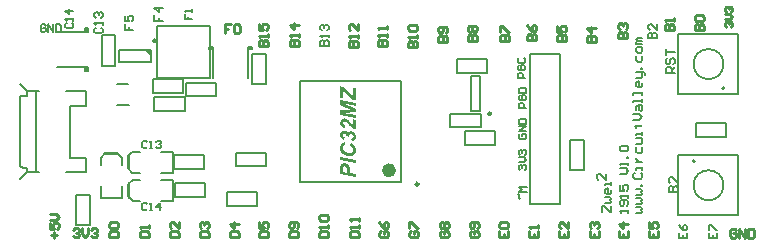
<source format=gto>
G04 Layer_Color=65535*
%FSLAX24Y24*%
%MOIN*%
G70*
G01*
G75*
%ADD10C,0.0080*%
%ADD30C,0.0100*%
%ADD49C,0.0236*%
%ADD50C,0.0098*%
%ADD51C,0.0050*%
%ADD52C,0.0079*%
%ADD53C,0.0080*%
%ADD54C,0.0080*%
%ADD55C,0.0070*%
%ADD56C,0.0090*%
G36*
X10285Y4009D02*
X10285D01*
X10283Y4009D01*
X10281Y4008D01*
X10278Y4008D01*
X10274Y4007D01*
X10270Y4006D01*
X10260Y4002D01*
X10250Y3998D01*
X10239Y3992D01*
X10229Y3985D01*
X10225Y3981D01*
X10221Y3977D01*
X10220Y3976D01*
X10218Y3972D01*
X10214Y3967D01*
X10210Y3960D01*
X10207Y3951D01*
X10204Y3940D01*
X10202Y3927D01*
X10200Y3913D01*
Y3913D01*
Y3912D01*
Y3909D01*
X10201Y3906D01*
Y3902D01*
X10202Y3897D01*
X10203Y3892D01*
X10204Y3887D01*
X10207Y3874D01*
X10212Y3861D01*
X10218Y3846D01*
X10223Y3839D01*
X10227Y3832D01*
X10228Y3831D01*
X10228Y3830D01*
X10230Y3828D01*
X10232Y3826D01*
X10235Y3822D01*
X10239Y3819D01*
X10243Y3815D01*
X10248Y3810D01*
X10253Y3805D01*
X10259Y3801D01*
X10266Y3795D01*
X10273Y3790D01*
X10281Y3785D01*
X10290Y3780D01*
X10300Y3776D01*
X10310Y3771D01*
X10311D01*
X10313Y3770D01*
X10316Y3769D01*
X10320Y3768D01*
X10325Y3766D01*
X10331Y3764D01*
X10338Y3762D01*
X10345Y3760D01*
X10354Y3758D01*
X10362Y3756D01*
X10381Y3753D01*
X10402Y3750D01*
X10423Y3749D01*
X10429D01*
X10433Y3750D01*
X10439Y3750D01*
X10444Y3751D01*
X10451Y3751D01*
X10458Y3753D01*
X10473Y3756D01*
X10489Y3761D01*
X10497Y3765D01*
X10504Y3769D01*
X10511Y3774D01*
X10518Y3779D01*
X10518Y3779D01*
X10520Y3780D01*
X10521Y3781D01*
X10523Y3784D01*
X10526Y3787D01*
X10528Y3790D01*
X10531Y3794D01*
X10535Y3799D01*
X10541Y3810D01*
X10546Y3822D01*
X10548Y3829D01*
X10550Y3836D01*
X10551Y3844D01*
X10551Y3852D01*
Y3852D01*
Y3854D01*
Y3856D01*
X10551Y3859D01*
Y3862D01*
X10550Y3867D01*
X10548Y3877D01*
X10545Y3888D01*
X10540Y3901D01*
X10533Y3914D01*
X10530Y3920D01*
X10525Y3927D01*
X10525Y3927D01*
X10524Y3928D01*
X10522Y3930D01*
X10520Y3932D01*
X10517Y3935D01*
X10514Y3938D01*
X10510Y3942D01*
X10505Y3946D01*
X10500Y3950D01*
X10494Y3954D01*
X10488Y3958D01*
X10481Y3963D01*
X10473Y3967D01*
X10465Y3971D01*
X10456Y3975D01*
X10446Y3978D01*
X10462Y4084D01*
X10464Y4083D01*
X10466Y4082D01*
X10471Y4081D01*
X10477Y4078D01*
X10484Y4074D01*
X10492Y4071D01*
X10501Y4066D01*
X10511Y4061D01*
X10522Y4054D01*
X10533Y4047D01*
X10543Y4039D01*
X10555Y4031D01*
X10566Y4022D01*
X10576Y4012D01*
X10586Y4001D01*
X10594Y3990D01*
X10595Y3990D01*
X10596Y3987D01*
X10598Y3984D01*
X10602Y3979D01*
X10605Y3973D01*
X10609Y3966D01*
X10613Y3958D01*
X10617Y3948D01*
X10621Y3938D01*
X10625Y3927D01*
X10629Y3915D01*
X10632Y3902D01*
X10635Y3889D01*
X10637Y3875D01*
X10639Y3860D01*
X10639Y3845D01*
Y3844D01*
Y3841D01*
X10639Y3836D01*
X10638Y3829D01*
X10638Y3821D01*
X10637Y3812D01*
X10635Y3802D01*
X10632Y3791D01*
X10629Y3779D01*
X10626Y3767D01*
X10621Y3755D01*
X10616Y3743D01*
X10609Y3731D01*
X10602Y3719D01*
X10593Y3708D01*
X10583Y3698D01*
X10583Y3697D01*
X10581Y3695D01*
X10577Y3693D01*
X10573Y3689D01*
X10567Y3685D01*
X10560Y3681D01*
X10551Y3676D01*
X10542Y3671D01*
X10531Y3666D01*
X10518Y3661D01*
X10505Y3657D01*
X10490Y3653D01*
X10474Y3650D01*
X10457Y3647D01*
X10439Y3645D01*
X10419Y3645D01*
X10411D01*
X10404Y3645D01*
X10396Y3646D01*
X10387Y3647D01*
X10377Y3648D01*
X10366Y3649D01*
X10354Y3651D01*
X10341Y3653D01*
X10328Y3656D01*
X10315Y3660D01*
X10301Y3664D01*
X10287Y3668D01*
X10273Y3674D01*
X10259Y3680D01*
X10258Y3680D01*
X10256Y3681D01*
X10252Y3684D01*
X10247Y3686D01*
X10241Y3690D01*
X10234Y3694D01*
X10227Y3700D01*
X10218Y3705D01*
X10209Y3712D01*
X10200Y3719D01*
X10191Y3728D01*
X10182Y3736D01*
X10173Y3746D01*
X10164Y3756D01*
X10156Y3766D01*
X10148Y3778D01*
X10148Y3779D01*
X10147Y3781D01*
X10145Y3784D01*
X10142Y3789D01*
X10139Y3795D01*
X10136Y3802D01*
X10132Y3810D01*
X10129Y3819D01*
X10125Y3829D01*
X10122Y3839D01*
X10118Y3851D01*
X10116Y3862D01*
X10113Y3875D01*
X10111Y3888D01*
X10110Y3901D01*
X10109Y3915D01*
Y3916D01*
Y3919D01*
X10110Y3923D01*
Y3929D01*
X10111Y3936D01*
X10112Y3944D01*
X10113Y3953D01*
X10115Y3963D01*
X10117Y3973D01*
X10121Y3984D01*
X10124Y3996D01*
X10128Y4007D01*
X10133Y4018D01*
X10139Y4029D01*
X10147Y4039D01*
X10154Y4049D01*
X10155Y4050D01*
X10157Y4052D01*
X10159Y4054D01*
X10163Y4058D01*
X10167Y4062D01*
X10173Y4066D01*
X10179Y4071D01*
X10186Y4077D01*
X10194Y4082D01*
X10204Y4087D01*
X10214Y4092D01*
X10224Y4097D01*
X10236Y4102D01*
X10249Y4105D01*
X10262Y4108D01*
X10276Y4110D01*
X10285Y4009D01*
D02*
G37*
G36*
X10256Y4494D02*
X10259D01*
X10264Y4493D01*
X10273Y4492D01*
X10284Y4489D01*
X10296Y4485D01*
X10309Y4478D01*
X10315Y4475D01*
X10321Y4471D01*
X10322D01*
X10323Y4470D01*
X10324Y4468D01*
X10326Y4466D01*
X10333Y4461D01*
X10339Y4454D01*
X10347Y4445D01*
X10355Y4434D01*
X10362Y4421D01*
X10369Y4407D01*
Y4407D01*
X10369Y4409D01*
X10370Y4410D01*
X10372Y4412D01*
X10375Y4418D01*
X10381Y4425D01*
X10387Y4433D01*
X10395Y4441D01*
X10404Y4448D01*
X10414Y4455D01*
X10414D01*
X10415Y4455D01*
X10416Y4456D01*
X10418Y4457D01*
X10424Y4460D01*
X10431Y4462D01*
X10439Y4465D01*
X10449Y4468D01*
X10459Y4470D01*
X10470Y4470D01*
X10476D01*
X10480Y4470D01*
X10485Y4469D01*
X10491Y4468D01*
X10497Y4467D01*
X10505Y4465D01*
X10512Y4463D01*
X10521Y4460D01*
X10529Y4457D01*
X10538Y4453D01*
X10547Y4448D01*
X10556Y4443D01*
X10566Y4437D01*
X10575Y4430D01*
X10575Y4429D01*
X10577Y4427D01*
X10581Y4424D01*
X10584Y4420D01*
X10589Y4414D01*
X10595Y4407D01*
X10601Y4400D01*
X10607Y4391D01*
X10613Y4382D01*
X10619Y4371D01*
X10624Y4359D01*
X10629Y4347D01*
X10633Y4333D01*
X10637Y4319D01*
X10639Y4304D01*
X10639Y4288D01*
Y4288D01*
Y4285D01*
Y4282D01*
X10639Y4278D01*
X10638Y4272D01*
X10637Y4265D01*
X10636Y4258D01*
X10635Y4250D01*
X10631Y4233D01*
X10628Y4224D01*
X10624Y4215D01*
X10620Y4207D01*
X10615Y4198D01*
X10609Y4189D01*
X10603Y4181D01*
X10602Y4180D01*
X10601Y4179D01*
X10599Y4177D01*
X10596Y4174D01*
X10592Y4171D01*
X10587Y4167D01*
X10582Y4163D01*
X10576Y4159D01*
X10568Y4154D01*
X10561Y4150D01*
X10552Y4145D01*
X10543Y4142D01*
X10532Y4138D01*
X10521Y4135D01*
X10510Y4132D01*
X10497Y4130D01*
X10486Y4226D01*
X10486D01*
X10487Y4226D01*
X10490D01*
X10492Y4227D01*
X10496Y4228D01*
X10500Y4229D01*
X10508Y4231D01*
X10517Y4234D01*
X10527Y4237D01*
X10536Y4241D01*
X10539Y4244D01*
X10542Y4247D01*
X10543Y4248D01*
X10545Y4250D01*
X10547Y4253D01*
X10550Y4258D01*
X10553Y4264D01*
X10556Y4271D01*
X10557Y4279D01*
X10558Y4289D01*
Y4289D01*
Y4290D01*
Y4292D01*
X10557Y4294D01*
X10557Y4301D01*
X10555Y4309D01*
X10552Y4317D01*
X10548Y4327D01*
X10543Y4337D01*
X10535Y4346D01*
X10534Y4347D01*
X10531Y4349D01*
X10526Y4353D01*
X10519Y4357D01*
X10510Y4361D01*
X10500Y4365D01*
X10488Y4367D01*
X10476Y4369D01*
X10471D01*
X10465Y4367D01*
X10458Y4366D01*
X10450Y4364D01*
X10442Y4361D01*
X10434Y4356D01*
X10426Y4350D01*
X10426Y4350D01*
X10424Y4347D01*
X10420Y4343D01*
X10417Y4337D01*
X10414Y4330D01*
X10410Y4322D01*
X10408Y4312D01*
X10407Y4301D01*
Y4300D01*
Y4300D01*
Y4296D01*
X10408Y4291D01*
X10409Y4285D01*
X10325Y4303D01*
Y4304D01*
Y4306D01*
X10326Y4309D01*
Y4313D01*
Y4313D01*
Y4314D01*
Y4316D01*
X10325Y4319D01*
Y4322D01*
X10325Y4326D01*
X10323Y4335D01*
X10321Y4345D01*
X10317Y4356D01*
X10312Y4365D01*
X10305Y4374D01*
X10304Y4375D01*
X10301Y4377D01*
X10297Y4381D01*
X10291Y4385D01*
X10283Y4389D01*
X10273Y4392D01*
X10262Y4394D01*
X10250Y4395D01*
X10246D01*
X10241Y4395D01*
X10235Y4394D01*
X10229Y4392D01*
X10223Y4389D01*
X10216Y4386D01*
X10210Y4381D01*
X10210Y4380D01*
X10208Y4378D01*
X10205Y4375D01*
X10203Y4371D01*
X10200Y4365D01*
X10198Y4359D01*
X10196Y4352D01*
X10195Y4344D01*
Y4342D01*
Y4340D01*
X10196Y4336D01*
X10198Y4331D01*
X10199Y4325D01*
X10202Y4318D01*
X10206Y4311D01*
X10212Y4305D01*
X10212Y4304D01*
X10215Y4302D01*
X10219Y4299D01*
X10224Y4295D01*
X10232Y4290D01*
X10242Y4286D01*
X10253Y4281D01*
X10266Y4278D01*
X10248Y4186D01*
X10248D01*
X10245Y4187D01*
X10243Y4188D01*
X10239Y4189D01*
X10234Y4191D01*
X10229Y4193D01*
X10223Y4195D01*
X10216Y4199D01*
X10202Y4205D01*
X10188Y4214D01*
X10174Y4223D01*
X10167Y4229D01*
X10161Y4234D01*
X10160Y4235D01*
X10159Y4236D01*
X10157Y4239D01*
X10154Y4243D01*
X10150Y4248D01*
X10147Y4253D01*
X10143Y4259D01*
X10138Y4266D01*
X10134Y4275D01*
X10130Y4283D01*
X10126Y4293D01*
X10123Y4303D01*
X10120Y4314D01*
X10117Y4325D01*
X10116Y4337D01*
X10116Y4350D01*
Y4351D01*
Y4354D01*
Y4357D01*
X10116Y4362D01*
X10117Y4368D01*
X10118Y4375D01*
X10119Y4382D01*
X10121Y4390D01*
X10123Y4399D01*
X10125Y4407D01*
X10128Y4416D01*
X10132Y4425D01*
X10137Y4434D01*
X10142Y4442D01*
X10148Y4450D01*
X10155Y4457D01*
X10155Y4458D01*
X10157Y4459D01*
X10159Y4461D01*
X10162Y4463D01*
X10165Y4466D01*
X10170Y4469D01*
X10175Y4472D01*
X10182Y4476D01*
X10188Y4480D01*
X10195Y4483D01*
X10203Y4486D01*
X10212Y4489D01*
X10220Y4491D01*
X10229Y4493D01*
X10239Y4494D01*
X10249Y4495D01*
X10253D01*
X10256Y4494D01*
D02*
G37*
G36*
X10256Y3403D02*
X10261D01*
X10270Y3402D01*
X10282Y3400D01*
X10295Y3397D01*
X10308Y3393D01*
X10322Y3388D01*
X10323D01*
X10324Y3387D01*
X10325Y3386D01*
X10328Y3385D01*
X10331Y3384D01*
X10335Y3382D01*
X10343Y3378D01*
X10352Y3372D01*
X10362Y3366D01*
X10372Y3359D01*
X10381Y3351D01*
X10382Y3350D01*
X10385Y3347D01*
X10389Y3343D01*
X10393Y3337D01*
X10399Y3330D01*
X10404Y3322D01*
X10410Y3314D01*
X10414Y3304D01*
X10415Y3303D01*
X10415Y3301D01*
X10416Y3300D01*
X10418Y3294D01*
X10420Y3286D01*
X10423Y3276D01*
X10426Y3265D01*
X10429Y3251D01*
X10431Y3236D01*
Y3236D01*
Y3235D01*
X10432Y3234D01*
Y3231D01*
Y3229D01*
X10432Y3225D01*
Y3221D01*
X10433Y3215D01*
X10434Y3210D01*
Y3203D01*
X10434Y3195D01*
Y3187D01*
Y3178D01*
X10435Y3167D01*
Y3156D01*
Y3144D01*
Y3076D01*
X10630Y3035D01*
Y2930D01*
X10118Y3037D01*
Y3245D01*
Y3246D01*
Y3247D01*
Y3251D01*
Y3255D01*
X10118Y3259D01*
Y3265D01*
X10119Y3271D01*
X10119Y3277D01*
X10121Y3291D01*
X10123Y3306D01*
X10127Y3320D01*
X10131Y3333D01*
Y3333D01*
X10132Y3335D01*
X10133Y3336D01*
X10134Y3338D01*
X10137Y3344D01*
X10142Y3351D01*
X10148Y3360D01*
X10155Y3368D01*
X10164Y3376D01*
X10175Y3384D01*
X10175D01*
X10176Y3385D01*
X10178Y3386D01*
X10180Y3387D01*
X10183Y3388D01*
X10187Y3390D01*
X10195Y3394D01*
X10205Y3397D01*
X10218Y3401D01*
X10232Y3403D01*
X10246Y3403D01*
X10253D01*
X10256Y3403D01*
D02*
G37*
G36*
X10630Y3508D02*
Y3403D01*
X10118Y3510D01*
Y3615D01*
X10630Y3508D01*
D02*
G37*
G36*
X10198Y5948D02*
X10547Y5650D01*
Y5651D01*
Y5652D01*
Y5654D01*
Y5658D01*
Y5661D01*
X10546Y5666D01*
Y5674D01*
Y5684D01*
X10546Y5693D01*
Y5697D01*
Y5700D01*
Y5703D01*
Y5704D01*
Y5705D01*
Y5706D01*
Y5708D01*
Y5711D01*
Y5714D01*
Y5718D01*
Y5723D01*
Y5729D01*
Y5735D01*
X10545Y5742D01*
Y5749D01*
Y5758D01*
Y5767D01*
Y5776D01*
X10545Y5787D01*
Y5797D01*
Y5919D01*
X10630Y5901D01*
Y5504D01*
X10550Y5520D01*
X10203Y5815D01*
Y5577D01*
X10118Y5595D01*
Y5964D01*
X10198Y5948D01*
D02*
G37*
G36*
X3813Y6959D02*
X3592Y7180D01*
X3813D01*
Y6959D01*
D02*
G37*
G36*
X10264Y4900D02*
X10272Y4899D01*
X10281Y4897D01*
X10292Y4895D01*
X10303Y4892D01*
X10314Y4887D01*
X10315D01*
X10315Y4887D01*
X10317Y4886D01*
X10319Y4885D01*
X10326Y4882D01*
X10334Y4877D01*
X10343Y4872D01*
X10354Y4865D01*
X10366Y4856D01*
X10378Y4846D01*
X10379Y4845D01*
X10382Y4842D01*
X10388Y4837D01*
X10395Y4830D01*
X10400Y4825D01*
X10405Y4820D01*
X10411Y4815D01*
X10417Y4809D01*
X10423Y4802D01*
X10430Y4795D01*
X10438Y4787D01*
X10446Y4779D01*
X10446Y4778D01*
X10447Y4776D01*
X10450Y4774D01*
X10453Y4771D01*
X10456Y4768D01*
X10460Y4763D01*
X10470Y4754D01*
X10479Y4743D01*
X10489Y4733D01*
X10498Y4724D01*
X10502Y4720D01*
X10505Y4717D01*
X10506Y4716D01*
X10508Y4714D01*
X10511Y4711D01*
X10515Y4707D01*
X10520Y4703D01*
X10526Y4698D01*
X10538Y4688D01*
Y4865D01*
X10630Y4846D01*
Y4535D01*
X10628D01*
X10626Y4536D01*
X10624Y4536D01*
X10621Y4537D01*
X10617Y4537D01*
X10607Y4539D01*
X10596Y4542D01*
X10584Y4546D01*
X10572Y4551D01*
X10559Y4557D01*
X10558D01*
X10557Y4557D01*
X10556Y4558D01*
X10553Y4560D01*
X10550Y4562D01*
X10547Y4564D01*
X10538Y4569D01*
X10528Y4575D01*
X10517Y4582D01*
X10506Y4591D01*
X10495Y4600D01*
X10495Y4601D01*
X10493Y4601D01*
X10492Y4603D01*
X10490Y4605D01*
X10486Y4608D01*
X10482Y4612D01*
X10478Y4616D01*
X10472Y4622D01*
X10466Y4628D01*
X10459Y4634D01*
X10451Y4642D01*
X10442Y4651D01*
X10434Y4660D01*
X10423Y4670D01*
X10412Y4682D01*
X10400Y4694D01*
X10400Y4695D01*
X10398Y4697D01*
X10396Y4699D01*
X10392Y4703D01*
X10389Y4707D01*
X10384Y4712D01*
X10374Y4722D01*
X10363Y4733D01*
X10352Y4744D01*
X10348Y4749D01*
X10343Y4753D01*
X10339Y4757D01*
X10336Y4760D01*
X10335Y4760D01*
X10335Y4761D01*
X10331Y4764D01*
X10326Y4768D01*
X10320Y4773D01*
X10313Y4779D01*
X10304Y4784D01*
X10296Y4789D01*
X10289Y4793D01*
X10288Y4794D01*
X10285Y4795D01*
X10281Y4796D01*
X10276Y4798D01*
X10271Y4800D01*
X10265Y4801D01*
X10259Y4802D01*
X10253Y4803D01*
X10248D01*
X10244Y4802D01*
X10238Y4801D01*
X10231Y4799D01*
X10224Y4796D01*
X10217Y4792D01*
X10210Y4787D01*
X10210Y4786D01*
X10208Y4784D01*
X10205Y4781D01*
X10202Y4776D01*
X10199Y4771D01*
X10197Y4765D01*
X10195Y4757D01*
X10194Y4749D01*
Y4748D01*
Y4745D01*
X10195Y4740D01*
X10197Y4735D01*
X10199Y4728D01*
X10202Y4721D01*
X10207Y4714D01*
X10213Y4707D01*
X10214Y4707D01*
X10216Y4704D01*
X10221Y4701D01*
X10228Y4697D01*
X10232Y4695D01*
X10237Y4693D01*
X10242Y4690D01*
X10248Y4688D01*
X10254Y4686D01*
X10261Y4684D01*
X10269Y4682D01*
X10278Y4680D01*
X10263Y4583D01*
X10263D01*
X10260Y4583D01*
X10256Y4584D01*
X10251Y4586D01*
X10245Y4587D01*
X10239Y4589D01*
X10231Y4591D01*
X10223Y4594D01*
X10214Y4597D01*
X10205Y4601D01*
X10196Y4606D01*
X10187Y4611D01*
X10178Y4617D01*
X10169Y4623D01*
X10161Y4630D01*
X10154Y4638D01*
X10153Y4638D01*
X10152Y4640D01*
X10150Y4642D01*
X10148Y4645D01*
X10145Y4650D01*
X10142Y4655D01*
X10138Y4661D01*
X10134Y4668D01*
X10131Y4675D01*
X10128Y4684D01*
X10124Y4693D01*
X10122Y4702D01*
X10119Y4712D01*
X10117Y4723D01*
X10116Y4735D01*
X10116Y4747D01*
Y4747D01*
Y4750D01*
Y4753D01*
X10116Y4758D01*
X10117Y4764D01*
X10118Y4771D01*
X10119Y4779D01*
X10121Y4788D01*
X10122Y4796D01*
X10125Y4805D01*
X10128Y4815D01*
X10132Y4824D01*
X10137Y4834D01*
X10142Y4843D01*
X10148Y4851D01*
X10154Y4859D01*
X10155Y4860D01*
X10156Y4861D01*
X10158Y4863D01*
X10162Y4866D01*
X10165Y4869D01*
X10170Y4872D01*
X10175Y4876D01*
X10181Y4880D01*
X10188Y4884D01*
X10195Y4887D01*
X10204Y4891D01*
X10213Y4894D01*
X10222Y4896D01*
X10232Y4899D01*
X10242Y4900D01*
X10253Y4900D01*
X10258D01*
X10264Y4900D01*
D02*
G37*
G36*
X10630Y5410D02*
Y5315D01*
X10205Y5403D01*
X10630Y5213D01*
Y5113D01*
X10202Y5095D01*
X10630Y5013D01*
Y4918D01*
X10118Y5025D01*
Y5175D01*
X10471Y5191D01*
X10118Y5352D01*
Y5503D01*
X10630Y5410D01*
D02*
G37*
%LPC*%
G36*
X10255Y3298D02*
X10252D01*
X10249Y3297D01*
X10245Y3297D01*
X10240Y3296D01*
X10235Y3295D01*
X10230Y3292D01*
X10225Y3290D01*
X10225Y3289D01*
X10223Y3288D01*
X10221Y3286D01*
X10219Y3284D01*
X10215Y3280D01*
X10213Y3276D01*
X10210Y3272D01*
X10208Y3266D01*
Y3266D01*
X10207Y3263D01*
X10206Y3259D01*
X10205Y3256D01*
X10205Y3252D01*
X10204Y3249D01*
X10204Y3244D01*
X10203Y3238D01*
Y3232D01*
X10203Y3225D01*
X10202Y3218D01*
Y3210D01*
Y3200D01*
Y3125D01*
X10349Y3094D01*
Y3126D01*
Y3128D01*
Y3130D01*
Y3134D01*
Y3140D01*
X10349Y3146D01*
Y3154D01*
X10348Y3163D01*
Y3171D01*
X10347Y3190D01*
X10345Y3209D01*
X10344Y3217D01*
X10343Y3225D01*
X10341Y3232D01*
X10339Y3237D01*
Y3238D01*
X10339Y3239D01*
X10337Y3242D01*
X10335Y3247D01*
X10331Y3254D01*
X10326Y3261D01*
X10321Y3268D01*
X10314Y3275D01*
X10306Y3282D01*
X10305Y3282D01*
X10302Y3285D01*
X10297Y3287D01*
X10291Y3290D01*
X10283Y3293D01*
X10275Y3296D01*
X10265Y3297D01*
X10255Y3298D01*
D02*
G37*
%LPD*%
D10*
X-470Y5661D02*
G03*
X-572Y5563I-2J-100D01*
G01*
X-572Y3378D02*
G03*
X-470Y3261I110J-7D01*
G01*
X22919Y5910D02*
G03*
X22919Y5910I-39J0D01*
G01*
X22890Y6710D02*
G03*
X22890Y6710I-500J0D01*
G01*
Y2670D02*
G03*
X22890Y2670I-500J0D01*
G01*
X21940Y3470D02*
G03*
X21940Y3470I-39J0D01*
G01*
X-553Y6035D02*
X-316Y5799D01*
X-470Y5661D02*
X-320D01*
X-316Y5799D02*
X80D01*
X-316Y5664D02*
Y5799D01*
X-572Y3378D02*
Y5563D01*
X-320Y5661D02*
X-316Y5664D01*
X980Y5799D02*
X1652D01*
Y5327D02*
Y5799D01*
X-41Y3122D02*
Y5799D01*
X1101Y5327D02*
X1652D01*
X1101Y3594D02*
Y5327D01*
X-470Y3261D02*
X-320D01*
X-316Y3257D01*
Y3122D02*
Y3257D01*
X-553Y2886D02*
X-316Y3122D01*
X80D01*
X1101Y3594D02*
X1652D01*
X980Y3122D02*
X1652D01*
Y3594D01*
X4000Y6234D02*
Y7966D01*
Y6234D02*
X5780D01*
X4000Y7966D02*
X5780D01*
Y6234D02*
Y7966D01*
X18850Y1770D02*
Y1970D01*
X18900D01*
X19100Y1770D01*
X19150D01*
Y1970D01*
X18950Y2070D02*
X19100D01*
X19150Y2120D01*
X19100Y2170D01*
X19150Y2220D01*
X19100Y2270D01*
X18950D01*
X19150Y2520D02*
Y2420D01*
X19100Y2370D01*
X19000D01*
X18950Y2420D01*
Y2520D01*
X19000Y2570D01*
X19050D01*
Y2370D01*
X19150Y2670D02*
Y2770D01*
Y2720D01*
X18950D01*
Y2670D01*
X297Y7988D02*
X255Y8030D01*
X172D01*
X130Y7988D01*
Y7822D01*
X172Y7780D01*
X255D01*
X297Y7822D01*
Y7905D01*
X213D01*
X380Y7780D02*
Y8030D01*
X547Y7780D01*
Y8030D01*
X630D02*
Y7780D01*
X755D01*
X796Y7822D01*
Y7988D01*
X755Y8030D01*
X630D01*
X992Y8077D02*
X950Y8035D01*
Y7952D01*
X992Y7910D01*
X1158D01*
X1200Y7952D01*
Y8035D01*
X1158Y8077D01*
X1200Y8160D02*
Y8243D01*
Y8202D01*
X950D01*
X992Y8160D01*
X1200Y8493D02*
X950D01*
X1075Y8368D01*
Y8535D01*
X1967Y7927D02*
X1920Y7880D01*
Y7787D01*
X1967Y7740D01*
X2153D01*
X2200Y7787D01*
Y7880D01*
X2153Y7927D01*
X2200Y8020D02*
Y8113D01*
Y8067D01*
X1920D01*
X1967Y8020D01*
Y8253D02*
X1920Y8300D01*
Y8393D01*
X1967Y8440D01*
X2013D01*
X2060Y8393D01*
Y8346D01*
Y8393D01*
X2107Y8440D01*
X2153D01*
X2200Y8393D01*
Y8300D01*
X2153Y8253D01*
X2940Y8037D02*
Y7850D01*
X3080D01*
Y7943D01*
Y7850D01*
X3220D01*
X2940Y8317D02*
Y8130D01*
X3080D01*
X3033Y8223D01*
Y8270D01*
X3080Y8317D01*
X3173D01*
X3220Y8270D01*
Y8177D01*
X3173Y8130D01*
X3920Y8337D02*
Y8150D01*
X4060D01*
Y8243D01*
Y8150D01*
X4200D01*
Y8570D02*
X3920D01*
X4060Y8430D01*
Y8617D01*
X4930Y8367D02*
Y8200D01*
X5055D01*
Y8283D01*
Y8200D01*
X5180D01*
Y8450D02*
Y8533D01*
Y8492D01*
X4930D01*
X4972Y8450D01*
X9450Y7320D02*
X9730D01*
Y7460D01*
X9683Y7507D01*
X9637D01*
X9590Y7460D01*
Y7320D01*
Y7460D01*
X9543Y7507D01*
X9497D01*
X9450Y7460D01*
Y7320D01*
X9730Y7600D02*
Y7693D01*
Y7647D01*
X9450D01*
X9497Y7600D01*
Y7833D02*
X9450Y7880D01*
Y7973D01*
X9497Y8020D01*
X9543D01*
X9590Y7973D01*
Y7926D01*
Y7973D01*
X9637Y8020D01*
X9683D01*
X9730Y7973D01*
Y7880D01*
X9683Y7833D01*
X22420Y1087D02*
Y920D01*
X22670D01*
Y1087D01*
X22545Y920D02*
Y1003D01*
X22420Y1170D02*
Y1337D01*
X22462D01*
X22628Y1170D01*
X22670D01*
X21420Y1087D02*
Y920D01*
X21670D01*
Y1087D01*
X21545Y920D02*
Y1003D01*
X21420Y1337D02*
X21462Y1253D01*
X21545Y1170D01*
X21628D01*
X21670Y1212D01*
Y1295D01*
X21628Y1337D01*
X21587D01*
X21545Y1295D01*
Y1170D01*
D30*
X15133Y5056D02*
G03*
X15133Y5056I-40J0D01*
G01*
X3991Y7490D02*
G03*
X3991Y7490I-50J0D01*
G01*
D49*
X11857Y3171D02*
G03*
X11857Y3171I-118J0D01*
G01*
D50*
X12724Y2709D02*
G03*
X12724Y2709I-49J0D01*
G01*
D51*
X14490Y6301D02*
X14790D01*
X14490Y5159D02*
Y6301D01*
X14790Y5159D02*
Y6301D01*
X14490Y5159D02*
X14790D01*
X13790Y5060D02*
X14800D01*
X13790Y4600D02*
Y5060D01*
X14800Y4600D02*
Y5060D01*
X13790Y4600D02*
X14800D01*
X14010Y6880D02*
X15020D01*
X14010Y6420D02*
Y6880D01*
X15020Y6420D02*
Y6880D01*
X14010Y6420D02*
X15020D01*
X5970Y5630D02*
Y6090D01*
X4960D02*
X5970D01*
X4960Y5630D02*
X5970D01*
X4960D02*
Y6090D01*
X2750Y6780D02*
Y7180D01*
Y6780D02*
X3813Y6780D01*
X2750Y7180D02*
X3813Y7180D01*
Y6780D02*
Y7180D01*
X3870Y5760D02*
Y6220D01*
Y5760D02*
X4880D01*
X3870Y6220D02*
X4880D01*
Y5760D02*
Y6220D01*
X667Y7791D02*
X1691D01*
Y7909D01*
Y6491D02*
Y6609D01*
X667D02*
X1691D01*
X1651Y6491D02*
Y6609D01*
X1612Y6491D02*
Y6609D01*
Y6491D02*
X1691D01*
X1612Y7909D02*
X1691D01*
X1612Y7791D02*
Y7909D01*
X1651Y7791D02*
Y7909D01*
X5869Y6257D02*
Y7281D01*
X5751D02*
X5869D01*
X7051D02*
X7169D01*
X7051Y6257D02*
Y7281D01*
Y7241D02*
X7169D01*
X7051Y7202D02*
X7169D01*
Y7281D01*
X5751Y7202D02*
Y7281D01*
Y7202D02*
X5869D01*
X5751Y7241D02*
X5869D01*
X2160Y7670D02*
X2620D01*
X2160Y6660D02*
Y7670D01*
X2620Y6660D02*
Y7670D01*
X2160Y6660D02*
X2620D01*
X2660Y5360D02*
X3060D01*
X2670Y6060D02*
X3050D01*
X1320Y1350D02*
Y2360D01*
Y1350D02*
X1780D01*
X1320Y2360D02*
X1780D01*
Y1350D02*
Y2360D01*
X2140Y2245D02*
Y2645D01*
Y2245D02*
X2840D01*
X2140Y3345D02*
Y3590D01*
X2290Y3740D01*
X2840Y2245D02*
Y2645D01*
X2290Y3740D02*
X2690D01*
X2840Y3345D02*
Y3590D01*
X2250Y3700D02*
X2730D01*
X2690Y3740D02*
X2840Y3590D01*
X15280Y4020D02*
Y4480D01*
X14270D02*
X15280D01*
X14270Y4020D02*
X15280D01*
X14270D02*
Y4480D01*
X4125Y3090D02*
X4525D01*
Y3790D01*
X3180Y3090D02*
X3425D01*
X3030Y3240D02*
X3180Y3090D01*
X4125Y3790D02*
X4525D01*
X3030Y3240D02*
Y3640D01*
X3180Y3790D02*
X3425D01*
X3070Y3200D02*
Y3680D01*
X3030Y3640D02*
X3180Y3790D01*
X4145Y2150D02*
X4545D01*
Y2850D01*
X3200Y2150D02*
X3445D01*
X3050Y2300D02*
X3200Y2150D01*
X4145Y2850D02*
X4545D01*
X3050Y2300D02*
Y2700D01*
X3200Y2850D02*
X3445D01*
X3090Y2260D02*
Y2740D01*
X3050Y2700D02*
X3200Y2850D01*
X4580Y3220D02*
X5590D01*
Y3680D01*
X4580Y3220D02*
Y3680D01*
X5590D01*
X4600Y2270D02*
X5610D01*
Y2730D01*
X4600Y2270D02*
Y2730D01*
X5610D01*
X7350Y1970D02*
Y2430D01*
X6340D02*
X7350D01*
X6340Y1970D02*
X7350D01*
X6340D02*
Y2430D01*
X7650Y3300D02*
Y3760D01*
X6640D02*
X7650D01*
X6640Y3300D02*
X7650D01*
X6640D02*
Y3760D01*
X7180Y6030D02*
X7640D01*
Y7040D01*
X7180Y6030D02*
Y7040D01*
X7640D01*
X3920Y5160D02*
Y5620D01*
Y5160D02*
X4930D01*
X3920Y5620D02*
X4930D01*
Y5160D02*
Y5620D01*
X21980Y4270D02*
Y4730D01*
X22990Y4270D02*
Y4730D01*
X21980Y4270D02*
X22990D01*
X21980Y4730D02*
X22990D01*
X17790Y4190D02*
X18250D01*
X17790Y3180D02*
X18250D01*
X17790D02*
Y4190D01*
X18250Y3180D02*
Y4190D01*
D52*
X8767Y6144D02*
X12133D01*
X8767Y2778D02*
X12133D01*
X8767D02*
Y6144D01*
X12133Y2778D02*
Y6144D01*
X16450Y2030D02*
Y7030D01*
Y2030D02*
X17450D01*
X16450Y7030D02*
X17450D01*
Y2030D02*
Y7030D01*
D53*
X21390Y7710D02*
X23390D01*
X21390Y5710D02*
Y7710D01*
Y5710D02*
X23390D01*
X21390Y3670D02*
X23390D01*
Y1670D02*
Y3670D01*
X21390Y1670D02*
X23390D01*
D54*
Y5710D02*
Y7710D01*
X21390Y1670D02*
Y3670D01*
D55*
X19720Y1750D02*
Y1843D01*
Y1797D01*
X19440D01*
X19487Y1750D01*
X19673Y1983D02*
X19720Y2030D01*
Y2123D01*
X19673Y2170D01*
X19487D01*
X19440Y2123D01*
Y2030D01*
X19487Y1983D01*
X19533D01*
X19580Y2030D01*
Y2170D01*
X19720Y2263D02*
Y2356D01*
Y2310D01*
X19440D01*
X19487Y2263D01*
X19440Y2683D02*
Y2496D01*
X19580D01*
X19533Y2590D01*
Y2636D01*
X19580Y2683D01*
X19673D01*
X19720Y2636D01*
Y2543D01*
X19673Y2496D01*
X19440Y3056D02*
X19627D01*
X19720Y3150D01*
X19627Y3243D01*
X19440D01*
X19720Y3336D02*
Y3429D01*
Y3383D01*
X19440D01*
X19487Y3336D01*
X19720Y3569D02*
X19673D01*
Y3616D01*
X19720D01*
Y3569D01*
X19487Y3803D02*
X19440Y3849D01*
Y3943D01*
X19487Y3989D01*
X19673D01*
X19720Y3943D01*
Y3849D01*
X19673Y3803D01*
X19487D01*
X18960Y3060D02*
Y2860D01*
X18760Y3060D01*
X18710D01*
X18660Y3010D01*
Y2910D01*
X18710Y2860D01*
X19990Y1740D02*
X20140D01*
X20190Y1790D01*
X20140Y1840D01*
X20190Y1890D01*
X20140Y1940D01*
X19990D01*
Y2040D02*
X20140D01*
X20190Y2090D01*
X20140Y2140D01*
X20190Y2190D01*
X20140Y2240D01*
X19990D01*
Y2340D02*
X20140D01*
X20190Y2390D01*
X20140Y2440D01*
X20190Y2490D01*
X20140Y2540D01*
X19990D01*
X20190Y2640D02*
X20140D01*
Y2690D01*
X20190D01*
Y2640D01*
X19940Y3090D02*
X19890Y3040D01*
Y2940D01*
X19940Y2890D01*
X20140D01*
X20190Y2940D01*
Y3040D01*
X20140Y3090D01*
X20190Y3190D02*
Y3289D01*
Y3240D01*
X19990D01*
Y3190D01*
Y3439D02*
X20190D01*
X20090D01*
X20040Y3489D01*
X19990Y3539D01*
Y3589D01*
Y3939D02*
Y3789D01*
X20040Y3739D01*
X20140D01*
X20190Y3789D01*
Y3939D01*
X19990Y4039D02*
X20140D01*
X20190Y4089D01*
Y4239D01*
X19990D01*
X20190Y4339D02*
Y4439D01*
Y4389D01*
X19990D01*
Y4339D01*
X19940Y4639D02*
X19990D01*
Y4589D01*
Y4689D01*
Y4639D01*
X20140D01*
X20190Y4689D01*
X19890Y4839D02*
X20090D01*
X20190Y4939D01*
X20090Y5039D01*
X19890D01*
X19990Y5189D02*
Y5289D01*
X20040Y5339D01*
X20190D01*
Y5189D01*
X20140Y5139D01*
X20090Y5189D01*
Y5339D01*
X20190Y5439D02*
Y5539D01*
Y5489D01*
X19890D01*
Y5439D01*
X20190Y5689D02*
Y5789D01*
Y5739D01*
X19890D01*
Y5689D01*
X20190Y6089D02*
Y5989D01*
X20140Y5939D01*
X20040D01*
X19990Y5989D01*
Y6089D01*
X20040Y6139D01*
X20090D01*
Y5939D01*
X19990Y6239D02*
X20140D01*
X20190Y6289D01*
Y6438D01*
X20240D01*
X20290Y6388D01*
Y6339D01*
X20190Y6438D02*
X19990D01*
X20190Y6538D02*
X20140D01*
Y6588D01*
X20190D01*
Y6538D01*
X19990Y6988D02*
Y6838D01*
X20040Y6788D01*
X20140D01*
X20190Y6838D01*
Y6988D01*
Y7138D02*
Y7238D01*
X20140Y7288D01*
X20040D01*
X19990Y7238D01*
Y7138D01*
X20040Y7088D01*
X20140D01*
X20190Y7138D01*
Y7388D02*
X19990D01*
Y7438D01*
X20040Y7488D01*
X20190D01*
X20040D01*
X19990Y7538D01*
X20040Y7588D01*
X20190D01*
X16122Y2210D02*
X16080Y2252D01*
Y2335D01*
X16038Y2377D01*
X16330Y2460D02*
X16080D01*
X16163Y2543D01*
X16080Y2627D01*
X16330D01*
X16280Y6250D02*
X16030D01*
Y6375D01*
X16072Y6417D01*
X16155D01*
X16197Y6375D01*
Y6250D01*
X16072Y6667D02*
X16030Y6625D01*
Y6542D01*
X16072Y6500D01*
X16238D01*
X16280Y6542D01*
Y6625D01*
X16238Y6667D01*
X16155D01*
Y6583D01*
X16072Y6916D02*
X16030Y6875D01*
Y6791D01*
X16072Y6750D01*
X16238D01*
X16280Y6791D01*
Y6875D01*
X16238Y6916D01*
X3677Y2038D02*
X3635Y2080D01*
X3552D01*
X3510Y2038D01*
Y1872D01*
X3552Y1830D01*
X3635D01*
X3677Y1872D01*
X3760Y1830D02*
X3843D01*
X3802D01*
Y2080D01*
X3760Y2038D01*
X4093Y1830D02*
Y2080D01*
X3968Y1955D01*
X4135D01*
X3687Y4118D02*
X3645Y4160D01*
X3562D01*
X3520Y4118D01*
Y3952D01*
X3562Y3910D01*
X3645D01*
X3687Y3952D01*
X3770Y3910D02*
X3853D01*
X3812D01*
Y4160D01*
X3770Y4118D01*
X3978D02*
X4020Y4160D01*
X4103D01*
X4145Y4118D01*
Y4077D01*
X4103Y4035D01*
X4061D01*
X4103D01*
X4145Y3993D01*
Y3952D01*
X4103Y3910D01*
X4020D01*
X3978Y3952D01*
X20380Y7570D02*
X20660D01*
Y7710D01*
X20613Y7757D01*
X20567D01*
X20520Y7710D01*
Y7570D01*
Y7710D01*
X20473Y7757D01*
X20427D01*
X20380Y7710D01*
Y7570D01*
X20660Y8037D02*
Y7850D01*
X20473Y8037D01*
X20427D01*
X20380Y7990D01*
Y7897D01*
X20427Y7850D01*
X16310Y5250D02*
X16060D01*
Y5375D01*
X16102Y5417D01*
X16185D01*
X16227Y5375D01*
Y5250D01*
X16102Y5667D02*
X16060Y5625D01*
Y5542D01*
X16102Y5500D01*
X16268D01*
X16310Y5542D01*
Y5625D01*
X16268Y5667D01*
X16185D01*
Y5583D01*
X16060Y5750D02*
X16310D01*
Y5875D01*
X16268Y5916D01*
X16102D01*
X16060Y5875D01*
Y5750D01*
X16102Y4387D02*
X16060Y4345D01*
Y4262D01*
X16102Y4220D01*
X16268D01*
X16310Y4262D01*
Y4345D01*
X16268Y4387D01*
X16185D01*
Y4303D01*
X16310Y4470D02*
X16060D01*
X16310Y4637D01*
X16060D01*
Y4720D02*
X16310D01*
Y4845D01*
X16268Y4886D01*
X16102D01*
X16060Y4845D01*
Y4720D01*
X16102Y3180D02*
X16060Y3222D01*
Y3305D01*
X16102Y3347D01*
X16143D01*
X16185Y3305D01*
Y3263D01*
Y3305D01*
X16227Y3347D01*
X16268D01*
X16310Y3305D01*
Y3222D01*
X16268Y3180D01*
X16060Y3430D02*
X16227D01*
X16310Y3513D01*
X16227Y3597D01*
X16060D01*
X16102Y3680D02*
X16060Y3721D01*
Y3805D01*
X16102Y3846D01*
X16143D01*
X16185Y3805D01*
Y3763D01*
Y3805D01*
X16227Y3846D01*
X16268D01*
X16310Y3805D01*
Y3721D01*
X16268Y3680D01*
X21260Y6400D02*
X20960D01*
Y6550D01*
X21010Y6600D01*
X21110D01*
X21160Y6550D01*
Y6400D01*
Y6500D02*
X21260Y6600D01*
X21010Y6900D02*
X20960Y6850D01*
Y6750D01*
X21010Y6700D01*
X21060D01*
X21110Y6750D01*
Y6850D01*
X21160Y6900D01*
X21210D01*
X21260Y6850D01*
Y6750D01*
X21210Y6700D01*
X20960Y7000D02*
Y7200D01*
Y7100D01*
X21260D01*
X21060Y2440D02*
X21360D01*
Y2590D01*
X21310Y2640D01*
X21260D01*
X21210Y2590D01*
Y2440D01*
Y2590D01*
X21160Y2640D01*
X21110D01*
X21060Y2590D01*
Y2440D01*
X21360Y2940D02*
Y2740D01*
X21160Y2940D01*
X21110D01*
X21060Y2890D01*
Y2790D01*
X21110Y2740D01*
D56*
X6470Y8040D02*
X6270D01*
Y7890D01*
X6370D01*
X6270D01*
Y7740D01*
X6570Y7990D02*
X6620Y8040D01*
X6720D01*
X6770Y7990D01*
Y7790D01*
X6720Y7740D01*
X6620D01*
X6570Y7790D01*
Y7990D01*
X7400Y7300D02*
X7700D01*
Y7450D01*
X7650Y7500D01*
X7600D01*
X7550Y7450D01*
Y7300D01*
Y7450D01*
X7500Y7500D01*
X7450D01*
X7400Y7450D01*
Y7300D01*
X7700Y7600D02*
Y7700D01*
Y7650D01*
X7400D01*
X7450Y7600D01*
X7400Y8050D02*
Y7850D01*
X7550D01*
X7500Y7950D01*
Y8000D01*
X7550Y8050D01*
X7650D01*
X7700Y8000D01*
Y7900D01*
X7650Y7850D01*
X8440Y7320D02*
X8740D01*
Y7470D01*
X8690Y7520D01*
X8640D01*
X8590Y7470D01*
Y7320D01*
Y7470D01*
X8540Y7520D01*
X8490D01*
X8440Y7470D01*
Y7320D01*
X8740Y7620D02*
Y7720D01*
Y7670D01*
X8440D01*
X8490Y7620D01*
X8740Y8020D02*
X8440D01*
X8590Y7870D01*
Y8070D01*
X10400Y7280D02*
X10700D01*
Y7430D01*
X10650Y7480D01*
X10600D01*
X10550Y7430D01*
Y7280D01*
Y7430D01*
X10500Y7480D01*
X10450D01*
X10400Y7430D01*
Y7280D01*
X10700Y7580D02*
Y7680D01*
Y7630D01*
X10400D01*
X10450Y7580D01*
X10700Y8030D02*
Y7830D01*
X10500Y8030D01*
X10450D01*
X10400Y7980D01*
Y7880D01*
X10450Y7830D01*
X11370Y7320D02*
X11670D01*
Y7470D01*
X11620Y7520D01*
X11570D01*
X11520Y7470D01*
Y7320D01*
Y7470D01*
X11470Y7520D01*
X11420D01*
X11370Y7470D01*
Y7320D01*
X11670Y7620D02*
Y7720D01*
Y7670D01*
X11370D01*
X11420Y7620D01*
X11670Y7870D02*
Y7970D01*
Y7920D01*
X11370D01*
X11420Y7870D01*
X12390Y7270D02*
X12690D01*
Y7420D01*
X12640Y7470D01*
X12590D01*
X12540Y7420D01*
Y7270D01*
Y7420D01*
X12490Y7470D01*
X12440D01*
X12390Y7420D01*
Y7270D01*
X12690Y7570D02*
Y7670D01*
Y7620D01*
X12390D01*
X12440Y7570D01*
Y7820D02*
X12390Y7870D01*
Y7970D01*
X12440Y8020D01*
X12640D01*
X12690Y7970D01*
Y7870D01*
X12640Y7820D01*
X12440D01*
X13380Y7450D02*
X13680D01*
Y7600D01*
X13630Y7650D01*
X13580D01*
X13530Y7600D01*
Y7450D01*
Y7600D01*
X13480Y7650D01*
X13430D01*
X13380Y7600D01*
Y7450D01*
X13630Y7750D02*
X13680Y7800D01*
Y7900D01*
X13630Y7950D01*
X13430D01*
X13380Y7900D01*
Y7800D01*
X13430Y7750D01*
X13480D01*
X13530Y7800D01*
Y7950D01*
X14370Y7480D02*
X14670D01*
Y7630D01*
X14620Y7680D01*
X14570D01*
X14520Y7630D01*
Y7480D01*
Y7630D01*
X14470Y7680D01*
X14420D01*
X14370Y7630D01*
Y7480D01*
X14420Y7780D02*
X14370Y7830D01*
Y7930D01*
X14420Y7980D01*
X14470D01*
X14520Y7930D01*
X14570Y7980D01*
X14620D01*
X14670Y7930D01*
Y7830D01*
X14620Y7780D01*
X14570D01*
X14520Y7830D01*
X14470Y7780D01*
X14420D01*
X14520Y7830D02*
Y7930D01*
X15450Y7490D02*
X15750D01*
Y7640D01*
X15700Y7690D01*
X15650D01*
X15600Y7640D01*
Y7490D01*
Y7640D01*
X15550Y7690D01*
X15500D01*
X15450Y7640D01*
Y7490D01*
Y7790D02*
Y7990D01*
X15500D01*
X15700Y7790D01*
X15750D01*
X16350Y7500D02*
X16650D01*
Y7650D01*
X16600Y7700D01*
X16550D01*
X16500Y7650D01*
Y7500D01*
Y7650D01*
X16450Y7700D01*
X16400D01*
X16350Y7650D01*
Y7500D01*
Y8000D02*
X16400Y7900D01*
X16500Y7800D01*
X16600D01*
X16650Y7850D01*
Y7950D01*
X16600Y8000D01*
X16550D01*
X16500Y7950D01*
Y7800D01*
X17350Y7490D02*
X17650D01*
Y7640D01*
X17600Y7690D01*
X17550D01*
X17500Y7640D01*
Y7490D01*
Y7640D01*
X17450Y7690D01*
X17400D01*
X17350Y7640D01*
Y7490D01*
Y7990D02*
Y7790D01*
X17500D01*
X17450Y7890D01*
Y7940D01*
X17500Y7990D01*
X17600D01*
X17650Y7940D01*
Y7840D01*
X17600Y7790D01*
X18330Y7460D02*
X18630D01*
Y7610D01*
X18580Y7660D01*
X18530D01*
X18480Y7610D01*
Y7460D01*
Y7610D01*
X18430Y7660D01*
X18380D01*
X18330Y7610D01*
Y7460D01*
X18630Y7910D02*
X18330D01*
X18480Y7760D01*
Y7960D01*
X19380Y7570D02*
X19680D01*
Y7720D01*
X19630Y7770D01*
X19580D01*
X19530Y7720D01*
Y7570D01*
Y7720D01*
X19480Y7770D01*
X19430D01*
X19380Y7720D01*
Y7570D01*
X19430Y7870D02*
X19380Y7920D01*
Y8020D01*
X19430Y8070D01*
X19480D01*
X19530Y8020D01*
Y7970D01*
Y8020D01*
X19580Y8070D01*
X19630D01*
X19680Y8020D01*
Y7920D01*
X19630Y7870D01*
X20930Y7830D02*
X21230D01*
Y7980D01*
X21180Y8030D01*
X21130D01*
X21080Y7980D01*
Y7830D01*
Y7980D01*
X21030Y8030D01*
X20980D01*
X20930Y7980D01*
Y7830D01*
X21230Y8130D02*
Y8230D01*
Y8180D01*
X20930D01*
X20980Y8130D01*
X21930Y7840D02*
X22230D01*
Y7990D01*
X22180Y8040D01*
X22130D01*
X22080Y7990D01*
Y7840D01*
Y7990D01*
X22030Y8040D01*
X21980D01*
X21930Y7990D01*
Y7840D01*
X21980Y8140D02*
X21930Y8190D01*
Y8290D01*
X21980Y8340D01*
X22180D01*
X22230Y8290D01*
Y8190D01*
X22180Y8140D01*
X21980D01*
X22982Y7960D02*
X22940Y8002D01*
Y8085D01*
X22982Y8127D01*
X23023D01*
X23065Y8085D01*
Y8043D01*
Y8085D01*
X23107Y8127D01*
X23148D01*
X23190Y8085D01*
Y8002D01*
X23148Y7960D01*
X22940Y8210D02*
X23107D01*
X23190Y8293D01*
X23107Y8377D01*
X22940D01*
X22982Y8460D02*
X22940Y8501D01*
Y8585D01*
X22982Y8626D01*
X23023D01*
X23065Y8585D01*
Y8543D01*
Y8585D01*
X23107Y8626D01*
X23148D01*
X23190Y8585D01*
Y8501D01*
X23148Y8460D01*
X23310Y1170D02*
X23260Y1220D01*
X23160D01*
X23110Y1170D01*
Y970D01*
X23160Y920D01*
X23260D01*
X23310Y970D01*
Y1070D01*
X23210D01*
X23410Y920D02*
Y1220D01*
X23610Y920D01*
Y1220D01*
X23710D02*
Y920D01*
X23860D01*
X23910Y970D01*
Y1170D01*
X23860Y1220D01*
X23710D01*
X20400Y1130D02*
Y930D01*
X20700D01*
Y1130D01*
X20550Y930D02*
Y1030D01*
X20400Y1430D02*
Y1230D01*
X20550D01*
X20500Y1330D01*
Y1380D01*
X20550Y1430D01*
X20650D01*
X20700Y1380D01*
Y1280D01*
X20650Y1230D01*
X19400Y1130D02*
Y930D01*
X19700D01*
Y1130D01*
X19550Y930D02*
Y1030D01*
X19700Y1380D02*
X19400D01*
X19550Y1230D01*
Y1430D01*
X18430Y1130D02*
Y930D01*
X18730D01*
Y1130D01*
X18580Y930D02*
Y1030D01*
X18480Y1230D02*
X18430Y1280D01*
Y1380D01*
X18480Y1430D01*
X18530D01*
X18580Y1380D01*
Y1330D01*
Y1380D01*
X18630Y1430D01*
X18680D01*
X18730Y1380D01*
Y1280D01*
X18680Y1230D01*
X17420Y1130D02*
Y930D01*
X17720D01*
Y1130D01*
X17570Y930D02*
Y1030D01*
X17720Y1430D02*
Y1230D01*
X17520Y1430D01*
X17470D01*
X17420Y1380D01*
Y1280D01*
X17470Y1230D01*
X16420Y1130D02*
Y930D01*
X16720D01*
Y1130D01*
X16570Y930D02*
Y1030D01*
X16720Y1230D02*
Y1330D01*
Y1280D01*
X16420D01*
X16470Y1230D01*
X15420Y1130D02*
Y930D01*
X15720D01*
Y1130D01*
X15570Y930D02*
Y1030D01*
X15470Y1230D02*
X15420Y1280D01*
Y1380D01*
X15470Y1430D01*
X15670D01*
X15720Y1380D01*
Y1280D01*
X15670Y1230D01*
X15470D01*
X14480Y1130D02*
X14430Y1080D01*
Y980D01*
X14480Y930D01*
X14680D01*
X14730Y980D01*
Y1080D01*
X14680Y1130D01*
X14580D01*
Y1030D01*
X14680Y1230D02*
X14730Y1280D01*
Y1380D01*
X14680Y1430D01*
X14480D01*
X14430Y1380D01*
Y1280D01*
X14480Y1230D01*
X14530D01*
X14580Y1280D01*
Y1430D01*
X13480Y1130D02*
X13430Y1080D01*
Y980D01*
X13480Y930D01*
X13680D01*
X13730Y980D01*
Y1080D01*
X13680Y1130D01*
X13580D01*
Y1030D01*
X13480Y1230D02*
X13430Y1280D01*
Y1380D01*
X13480Y1430D01*
X13530D01*
X13580Y1380D01*
X13630Y1430D01*
X13680D01*
X13730Y1380D01*
Y1280D01*
X13680Y1230D01*
X13630D01*
X13580Y1280D01*
X13530Y1230D01*
X13480D01*
X13580Y1280D02*
Y1380D01*
X12460Y1130D02*
X12410Y1080D01*
Y980D01*
X12460Y930D01*
X12660D01*
X12710Y980D01*
Y1080D01*
X12660Y1130D01*
X12560D01*
Y1030D01*
X12410Y1230D02*
Y1430D01*
X12460D01*
X12660Y1230D01*
X12710D01*
X11460Y1130D02*
X11410Y1080D01*
Y980D01*
X11460Y930D01*
X11660D01*
X11710Y980D01*
Y1080D01*
X11660Y1130D01*
X11560D01*
Y1030D01*
X11410Y1430D02*
X11460Y1330D01*
X11560Y1230D01*
X11660D01*
X11710Y1280D01*
Y1380D01*
X11660Y1430D01*
X11610D01*
X11560Y1380D01*
Y1230D01*
X10430Y930D02*
X10730D01*
Y1080D01*
X10680Y1130D01*
X10480D01*
X10430Y1080D01*
Y930D01*
X10730Y1230D02*
Y1330D01*
Y1280D01*
X10430D01*
X10480Y1230D01*
X10730Y1480D02*
Y1580D01*
Y1530D01*
X10430D01*
X10480Y1480D01*
X9420Y930D02*
X9720D01*
Y1080D01*
X9670Y1130D01*
X9470D01*
X9420Y1080D01*
Y930D01*
X9720Y1230D02*
Y1330D01*
Y1280D01*
X9420D01*
X9470Y1230D01*
Y1480D02*
X9420Y1530D01*
Y1630D01*
X9470Y1680D01*
X9670D01*
X9720Y1630D01*
Y1530D01*
X9670Y1480D01*
X9470D01*
X8410Y930D02*
X8710D01*
Y1080D01*
X8660Y1130D01*
X8460D01*
X8410Y1080D01*
Y930D01*
X8660Y1230D02*
X8710Y1280D01*
Y1380D01*
X8660Y1430D01*
X8460D01*
X8410Y1380D01*
Y1280D01*
X8460Y1230D01*
X8510D01*
X8560Y1280D01*
Y1430D01*
X7420Y930D02*
X7720D01*
Y1080D01*
X7670Y1130D01*
X7470D01*
X7420Y1080D01*
Y930D01*
Y1430D02*
Y1230D01*
X7570D01*
X7520Y1330D01*
Y1380D01*
X7570Y1430D01*
X7670D01*
X7720Y1380D01*
Y1280D01*
X7670Y1230D01*
X6440Y930D02*
X6740D01*
Y1080D01*
X6690Y1130D01*
X6490D01*
X6440Y1080D01*
Y930D01*
X6740Y1380D02*
X6440D01*
X6590Y1230D01*
Y1430D01*
X5440Y930D02*
X5740D01*
Y1080D01*
X5690Y1130D01*
X5490D01*
X5440Y1080D01*
Y930D01*
X5490Y1230D02*
X5440Y1280D01*
Y1380D01*
X5490Y1430D01*
X5540D01*
X5590Y1380D01*
Y1330D01*
Y1380D01*
X5640Y1430D01*
X5690D01*
X5740Y1380D01*
Y1280D01*
X5690Y1230D01*
X4440Y930D02*
X4740D01*
Y1080D01*
X4690Y1130D01*
X4490D01*
X4440Y1080D01*
Y930D01*
X4740Y1430D02*
Y1230D01*
X4540Y1430D01*
X4490D01*
X4440Y1380D01*
Y1280D01*
X4490Y1230D01*
X3440Y930D02*
X3740D01*
Y1080D01*
X3690Y1130D01*
X3490D01*
X3440Y1080D01*
Y930D01*
X3740Y1230D02*
Y1330D01*
Y1280D01*
X3440D01*
X3490Y1230D01*
X2410Y930D02*
X2710D01*
Y1080D01*
X2660Y1130D01*
X2460D01*
X2410Y1080D01*
Y930D01*
X2460Y1230D02*
X2410Y1280D01*
Y1380D01*
X2460Y1430D01*
X2660D01*
X2710Y1380D01*
Y1280D01*
X2660Y1230D01*
X2460D01*
X1220Y1180D02*
X1270Y1230D01*
X1370D01*
X1420Y1180D01*
Y1130D01*
X1370Y1080D01*
X1320D01*
X1370D01*
X1420Y1030D01*
Y980D01*
X1370Y930D01*
X1270D01*
X1220Y980D01*
X1520Y1230D02*
Y1030D01*
X1620Y930D01*
X1720Y1030D01*
Y1230D01*
X1820Y1180D02*
X1870Y1230D01*
X1970D01*
X2020Y1180D01*
Y1130D01*
X1970Y1080D01*
X1920D01*
X1970D01*
X2020Y1030D01*
Y980D01*
X1970Y930D01*
X1870D01*
X1820Y980D01*
X580Y920D02*
Y1120D01*
X480Y1020D02*
X680D01*
X430Y1420D02*
Y1220D01*
X580D01*
X530Y1320D01*
Y1370D01*
X580Y1420D01*
X680D01*
X730Y1370D01*
Y1270D01*
X680Y1220D01*
X430Y1520D02*
X630D01*
X730Y1620D01*
X630Y1720D01*
X430D01*
M02*

</source>
